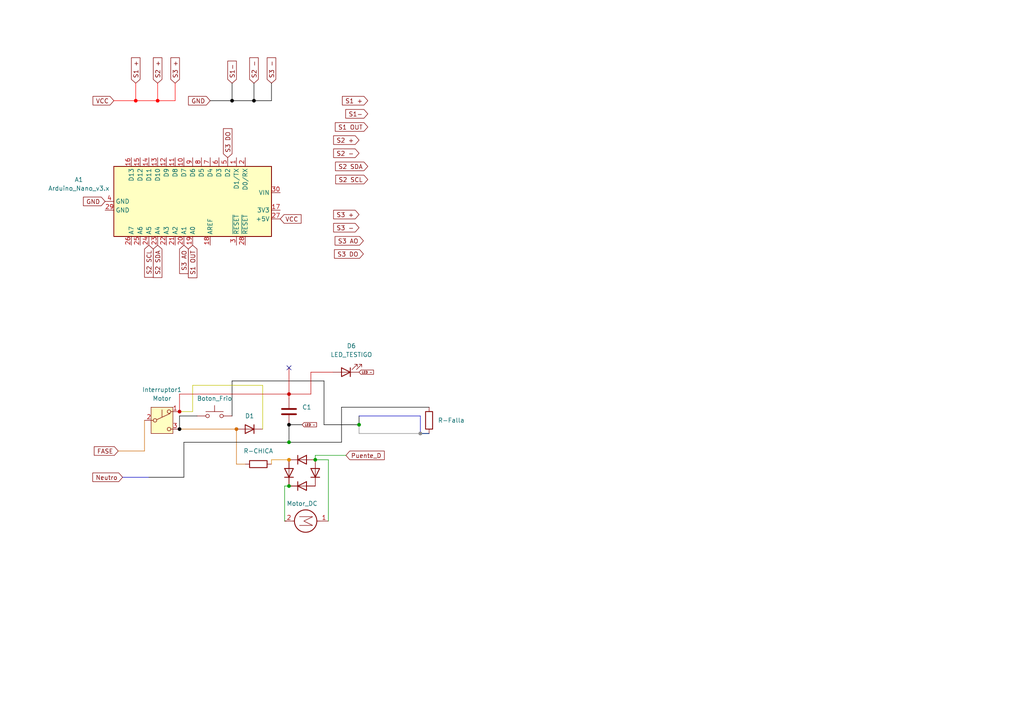
<source format=kicad_sch>
(kicad_sch (version 20231120) (generator "eeschema") (generator_version "8.0")
  (paper "A4")
  (lib_symbols
    (symbol "Device:C" (pin_numbers hide) (pin_names (offset 0.254))
      (property "Reference" "C" (at 0.635 2.54 0))
      (property "Value" "C" (at 0.635 -2.54 0))
      (symbol "C_0_1"
        (polyline (pts (xy -2.032 -0.762) (xy 2.032 -0.762)) (stroke (width 0.508)))
        (polyline (pts (xy -2.032 0.762) (xy 2.032 0.762)) (stroke (width 0.508)))
      )
      (symbol "C_1_1"
        (pin passive line (at 0 3.81 270) (length 2.794) (name "~") (number "1"))
        (pin passive line (at 0 -3.81 90) (length 2.794) (name "~") (number "2"))
      )
    )
    (symbol "Device:D" (pin_numbers hide) (pin_names (offset 1.016) hide)
      (property "Reference" "D" (at 0 2.54 0))
      (property "Value" "D" (at 0 -2.54 0))
      (symbol "D_0_1"
        (polyline (pts (xy -1.27 1.27) (xy -1.27 -1.27)) (stroke (width 0.254)))
        (polyline (pts (xy 1.27 0) (xy -1.27 0)))
        (polyline (pts (xy 1.27 1.27) (xy 1.27 -1.27) (xy -1.27 0) (xy 1.27 1.27)) (stroke (width 0.254)))
      )
      (symbol "D_1_1"
        (pin passive line (at -3.81 0 0) (length 2.54) (name "K") (number "1"))
        (pin passive line (at 3.81 0 180) (length 2.54) (name "A") (number "2"))
      )
    )
    (symbol "Device:LED" (pin_numbers hide) (pin_names (offset 1.016) hide)
      (property "Reference" "D" (at 0 2.54 0))
      (property "Value" "LED" (at 0 -2.54 0))
      (symbol "LED_0_1"
        (polyline (pts (xy -1.27 -1.27) (xy -1.27 1.27)) (stroke (width 0.254)))
        (polyline (pts (xy -1.27 0) (xy 1.27 0)))
        (polyline (pts (xy 1.27 -1.27) (xy 1.27 1.27) (xy -1.27 0) (xy 1.27 -1.27)) (stroke (width 0.254)))
        (polyline (pts (xy -3.048 -0.762) (xy -4.572 -2.286) (xy -3.81 -2.286) (xy -4.572 -2.286) (xy -4.572 -1.524)))
        (polyline (pts (xy -1.778 -0.762) (xy -3.302 -2.286) (xy -2.54 -2.286) (xy -3.302 -2.286) (xy -3.302 -1.524)))
      )
      (symbol "LED_1_1"
        (pin passive line (at -3.81 0 0) (length 2.54) (name "K") (number "1"))
        (pin passive line (at 3.81 0 180) (length 2.54) (name "A") (number "2"))
      )
    )
    (symbol "Device:R" (pin_numbers hide) (pin_names (offset 0))
      (property "Reference" "R" (at 2.032 0 90))
      (property "Value" "R" (at 0 0 90))
      (symbol "R_0_1"
        (rectangle (start -1.016 -2.54) (end 1.016 2.54) (stroke (width 0.254)))
      )
      (symbol "R_1_1"
        (pin passive line (at 0 3.81 270) (length 1.27) (name "~") (number "1"))
        (pin passive line (at 0 -3.81 90) (length 1.27) (name "~") (number "2"))
      )
    )
    (symbol "MCU_Module:Arduino_Nano_v3.x"
      (property "Reference" "A" (at -10.16 23.495 0))
      (property "Value" "Arduino_Nano_v3.x" (at 5.08 -24.13 0))
      (symbol "Arduino_Nano_v3.x_0_1"
        (rectangle (start -10.16 22.86) (end 10.16 -22.86) (stroke (width 0.254)) (fill (type background)))
      )
      (symbol "Arduino_Nano_v3.x_1_1"
        (pin bidirectional line (at -12.7 12.7 0) (length 2.54) (name "D1/TX") (number "1"))
        (pin bidirectional line (at -12.7 -2.54 0) (length 2.54) (name "D7") (number "10"))
        (pin bidirectional line (at -12.7 -5.08 0) (length 2.54) (name "D8") (number "11"))
        (pin bidirectional line (at -12.7 -7.62 0) (length 2.54) (name "D9") (number "12"))
        (pin bidirectional line (at -12.7 -10.16 0) (length 2.54) (name "D10") (number "13"))
        (pin bidirectional line (at -12.7 -12.7 0) (length 2.54) (name "D11") (number "14"))
        (pin bidirectional line (at -12.7 -15.24 0) (length 2.54) (name "D12") (number "15"))
        (pin bidirectional line (at -12.7 -17.78 0) (length 2.54) (name "D13") (number "16"))
        (pin power_out line (at 2.54 25.4 270) (length 2.54) (name "3V3") (number "17"))
        (pin input line (at 12.7 5.08 180) (length 2.54) (name "AREF") (number "18"))
        (pin bidirectional line (at 12.7 0 180) (length 2.54) (name "A0") (number "19"))
        (pin bidirectional line (at -12.7 15.24 0) (length 2.54) (name "D0/RX") (number "2"))
        (pin bidirectional line (at 12.7 -2.54 180) (length 2.54) (name "A1") (number "20"))
        (pin bidirectional line (at 12.7 -5.08 180) (length 2.54) (name "A2") (number "21"))
        (pin bidirectional line (at 12.7 -7.62 180) (length 2.54) (name "A3") (number "22"))
        (pin bidirectional line (at 12.7 -10.16 180) (length 2.54) (name "A4") (number "23"))
        (pin bidirectional line (at 12.7 -12.7 180) (length 2.54) (name "A5") (number "24"))
        (pin bidirectional line (at 12.7 -15.24 180) (length 2.54) (name "A6") (number "25"))
        (pin bidirectional line (at 12.7 -17.78 180) (length 2.54) (name "A7") (number "26"))
        (pin power_out line (at 5.08 25.4 270) (length 2.54) (name "+5V") (number "27"))
        (pin input line (at 12.7 15.24 180) (length 2.54) (name "~{RESET}") (number "28"))
        (pin power_in line (at 2.54 -25.4 90) (length 2.54) (name "GND") (number "29"))
        (pin input line (at 12.7 12.7 180) (length 2.54) (name "~{RESET}") (number "3"))
        (pin power_in line (at -2.54 25.4 270) (length 2.54) (name "VIN") (number "30"))
        (pin power_in line (at 0 -25.4 90) (length 2.54) (name "GND") (number "4"))
        (pin bidirectional line (at -12.7 10.16 0) (length 2.54) (name "D2") (number "5"))
        (pin bidirectional line (at -12.7 7.62 0) (length 2.54) (name "D3") (number "6"))
        (pin bidirectional line (at -12.7 5.08 0) (length 2.54) (name "D4") (number "7"))
        (pin bidirectional line (at -12.7 2.54 0) (length 2.54) (name "D5") (number "8"))
        (pin bidirectional line (at -12.7 0 0) (length 2.54) (name "D6") (number "9"))
      )
    )
    (symbol "Motor:Motor_DC" (pin_names (offset 0) hide)
      (property "Reference" "M" (at 2.54 2.54 0))
      (property "Value" "Motor_DC" (at 2.54 -5.08 0))
      (symbol "Motor_DC_0_0"
        (polyline (pts (xy -1.27 -3.302) (xy -1.27 0.508) (xy 0 -2.032) (xy 1.27 0.508) (xy 1.27 -3.302)))
      )
      (symbol "Motor_DC_0_1"
        (circle (center 0 -1.524) (radius 3.2512) (stroke (width 0.254)))
        (polyline (pts (xy 0 -7.62) (xy 0 -7.112)))
        (polyline (pts (xy 0 -4.7752) (xy 0 -5.1816)))
        (polyline (pts (xy 0 1.7272) (xy 0 2.0828)))
        (polyline (pts (xy 0 2.032) (xy 0 2.54)))
      )
      (symbol "Motor_DC_1_1"
        (pin passive line (at 0 5.08 270) (length 2.54) (name "+") (number "1"))
        (pin passive line (at 0 -7.62 90) (length 2.54) (name "-") (number "2"))
      )
    )
    (symbol "Switch:SW_Push" (pin_numbers hide) (pin_names (offset 1.016) hide)
      (property "Reference" "SW" (at 1.27 2.54 0))
      (property "Value" "SW_Push" (at 0 -1.524 0))
      (symbol "SW_Push_0_1"
        (circle (center -2.032 0) (radius 0.508))
        (polyline (pts (xy 0 1.27) (xy 0 3.048)))
        (polyline (pts (xy 2.54 1.27) (xy -2.54 1.27)))
        (circle (center 2.032 0) (radius 0.508))
        (pin passive line (at -5.08 0 0) (length 2.54) (name "1") (number "1"))
        (pin passive line (at 5.08 0 180) (length 2.54) (name "2") (number "2"))
      )
    )
    (symbol "Switch:SW_Push_SPDT" (pin_names (offset 0) hide)
      (property "Reference" "SW" (at 0 5.08 0))
      (property "Value" "SW_Push_SPDT" (at 0 -5.08 0))
      (symbol "SW_Push_SPDT_0_0"
        (circle (center -2.032 0) (radius 0.508))
        (polyline (pts (xy 0 1.016) (xy 0 3.048)))
        (circle (center 2.032 -2.54) (radius 0.508))
      )
      (symbol "SW_Push_SPDT_0_1"
        (polyline (pts (xy -1.524 0.2032) (xy 2.3368 1.9812)))
        (circle (center 2.032 2.54) (radius 0.508))
      )
      (symbol "SW_Push_SPDT_1_1"
        (rectangle (start -3.175 3.81) (end 3.175 -3.81) (fill (type background)))
        (pin passive line (at 5.08 2.54 180) (length 2.54) (name "A") (number "1"))
        (pin passive line (at -5.08 0 0) (length 2.54) (name "B") (number "2"))
        (pin passive line (at 5.08 -2.54 180) (length 2.54) (name "C") (number "3"))
      )
    )
  )
  (junction (at 83.82 133.35) (color 221 133 0 1))
  (junction (at 91.44 133.35))
  (junction (at 68.58 124.46) (color 204 102 0 1))
  (junction (at 83.82 128.27))
  (junction (at 83.82 123.19) (color 0 0 0 1))
  (junction (at 45.72 29.21) (color 255 0 0 1))
  (junction (at 83.82 114.3) (color 194 0 0 1))
  (junction (at 104.14 123.19))
  (junction (at 67.31 29.21) (color 0 0 0 1))
  (junction (at 73.66 29.21) (color 0 0 0 1))
  (junction (at 83.82 140.97))
  (junction (at 52.07 119.38) (color 194 0 0 1))
  (junction (at 52.07 124.46) (color 0 0 0 1))
  (junction (at 121.92 125.73) (color 132 132 132 1))
  (junction (at 39.37 29.21) (color 255 0 0 1))
  (no_connect (at 83.82 106.68))
  (wire (pts (xy 52.07 120.65) (xy 52.07 124.46)) (stroke (width 0) (color 0 0 0 1)))
  (wire (pts (xy 55.88 119.38) (xy 55.88 111.76)) (stroke (width 0) (color 194 194 0 1)))
  (wire (pts (xy 91.44 132.08) (xy 91.44 133.35)))
  (wire (pts (xy 52.07 119.38) (xy 55.88 119.38)) (stroke (width 0) (color 194 194 0 1)))
  (wire (pts (xy 93.98 123.19) (xy 104.14 123.19)) (stroke (width 0) (color 0 0 0 1)))
  (wire (pts (xy 82.55 151.13) (xy 82.55 140.97)))
  (wire (pts (xy 78.74 134.62) (xy 78.74 133.35)) (stroke (width 0) (color 221 133 0 1)))
  (wire (pts (xy 73.66 24.13) (xy 73.66 29.21)) (stroke (width 0) (color 0 0 0 1)))
  (wire (pts (xy 34.29 130.81) (xy 41.91 130.81)) (stroke (width 0) (color 204 102 0 1)))
  (wire (pts (xy 68.58 134.62) (xy 71.12 134.62)) (stroke (width 0) (color 204 102 0 1)))
  (wire (pts (xy 91.44 133.35) (xy 95.25 133.35)))
  (wire (pts (xy 99.06 128.27) (xy 99.06 118.11)) (stroke (width 0) (color 0 0 0 1)))
  (wire (pts (xy 60.96 29.21) (xy 67.31 29.21)) (stroke (width 0) (color 0 0 0 1)))
  (wire (pts (xy 67.31 110.49) (xy 93.98 110.49)) (stroke (width 0) (color 0 0 0 1)))
  (wire (pts (xy 83.82 123.19) (xy 87.63 123.19)) (stroke (width 0) (color 0 0 0 1)))
  (wire (pts (xy 33.02 29.21) (xy 39.37 29.21)) (stroke (width 0) (color 255 0 0 1)))
  (wire (pts (xy 68.58 124.46) (xy 68.58 134.62)) (stroke (width 0) (color 204 102 0 1)))
  (wire (pts (xy 67.31 24.13) (xy 67.31 29.21)) (stroke (width 0) (color 0 0 0 1)))
  (wire (pts (xy 104.14 123.19) (xy 104.14 125.73)) (stroke (width 0) (color 132 132 132 1)))
  (wire (pts (xy 55.88 111.76) (xy 76.2 111.76)) (stroke (width 0) (color 194 194 0 1)))
  (wire (pts (xy 39.37 24.13) (xy 39.37 29.21)) (stroke (width 0) (color 255 0 0 1)))
  (wire (pts (xy 95.25 151.13) (xy 95.25 133.35)))
  (wire (pts (xy 90.17 114.3) (xy 90.17 107.95)) (stroke (width 0) (color 194 0 0 1)))
  (wire (pts (xy 83.82 106.68) (xy 83.82 114.3)) (stroke (width 0) (color 194 0 0 1)))
  (wire (pts (xy 39.37 29.21) (xy 45.72 29.21)) (stroke (width 0) (color 255 0 0 1)))
  (wire (pts (xy 35.56 138.43) (xy 43.18 138.43)) (stroke (width 0) (color 0 0 194 1)))
  (wire (pts (xy 104.14 123.19) (xy 104.14 120.65)) (stroke (width 0) (color 0 0 0 1)))
  (wire (pts (xy 52.07 124.46) (xy 68.58 124.46)) (stroke (width 0) (color 204 102 0 1)))
  (wire (pts (xy 83.82 128.27) (xy 83.82 123.19)) (stroke (width 0) (color 0 0 0 1)))
  (wire (pts (xy 91.44 132.08) (xy 100.33 132.08)))
  (wire (pts (xy 45.72 29.21) (xy 50.8 29.21)) (stroke (width 0) (color 255 0 0 1)))
  (wire (pts (xy 78.74 133.35) (xy 83.82 133.35)) (stroke (width 0) (color 221 133 0 1)))
  (wire (pts (xy 104.14 125.73) (xy 121.92 125.73)) (stroke (width 0) (color 132 132 132 1)))
  (wire (pts (xy 90.17 107.95) (xy 96.52 107.95)) (stroke (width 0) (color 194 0 0 1)))
  (wire (pts (xy 50.8 29.21) (xy 50.8 24.13)) (stroke (width 0) (color 255 0 0 1)))
  (wire (pts (xy 83.82 114.3) (xy 83.82 115.57)) (stroke (width 0) (color 194 0 0 1)))
  (wire (pts (xy 121.92 120.65) (xy 121.92 125.73)) (stroke (width 0) (color 0 0 194 1)))
  (wire (pts (xy 43.18 138.43) (xy 53.34 138.43)) (stroke (width 0) (color 0 0 0 1)))
  (wire (pts (xy 83.82 128.27) (xy 99.06 128.27)) (stroke (width 0) (color 0 0 0 1)))
  (wire (pts (xy 52.07 119.38) (xy 52.07 114.3)) (stroke (width 0) (color 194 0 0 1)))
  (wire (pts (xy 83.82 114.3) (xy 90.17 114.3)) (stroke (width 0) (color 194 0 0 1)))
  (wire (pts (xy 67.31 120.65) (xy 67.31 110.49)) (stroke (width 0) (color 0 0 0 1)))
  (wire (pts (xy 99.06 118.11) (xy 124.46 118.11)) (stroke (width 0) (color 0 0 0 1)))
  (wire (pts (xy 73.66 29.21) (xy 78.74 29.21)) (stroke (width 0) (color 0 0 0 1)))
  (wire (pts (xy 57.15 120.65) (xy 52.07 120.65)) (stroke (width 0) (color 0 0 0 1)))
  (wire (pts (xy 45.72 24.13) (xy 45.72 29.21)) (stroke (width 0) (color 255 0 0 1)))
  (wire (pts (xy 78.74 29.21) (xy 78.74 24.13)) (stroke (width 0) (color 0 0 0 1)))
  (wire (pts (xy 67.31 29.21) (xy 73.66 29.21)) (stroke (width 0) (color 0 0 0 1)))
  (wire (pts (xy 41.91 121.92) (xy 41.91 130.81)) (stroke (width 0) (color 204 102 0 1)))
  (wire (pts (xy 52.07 114.3) (xy 83.82 114.3)) (stroke (width 0) (color 194 0 0 1)))
  (wire (pts (xy 93.98 110.49) (xy 93.98 123.19)) (stroke (width 0) (color 0 0 0 1)))
  (wire (pts (xy 82.55 140.97) (xy 83.82 140.97)))
  (wire (pts (xy 53.34 128.27) (xy 83.82 128.27)) (stroke (width 0) (color 0 0 0 1)))
  (wire (pts (xy 53.34 138.43) (xy 53.34 128.27)) (stroke (width 0) (color 0 0 0 1)))
  (wire (pts (xy 121.92 125.73) (xy 124.46 125.73)))
  (wire (pts (xy 76.2 111.76) (xy 76.2 124.46)) (stroke (width 0) (color 194 194 0 1)))
  (wire (pts (xy 104.14 120.65) (xy 121.92 120.65)) (stroke (width 0) (color 0 0 194 1)))
  (wire (pts (xy 121.92 125.73) (xy 124.46 125.73)) (stroke (width 0) (color 0 0 194 1)))
  (global_label "S1 +" (shape input) (at 106.68 29.21 180) (property "Intersheetrefs" "${INTERSHEET_REFS}" (effects (hide yes))))
  (global_label "S3 -" (shape input) (at 104.14 66.04 180) (property "Intersheetrefs" "${INTERSHEET_REFS}" (effects (hide yes))))
  (global_label "LED -" (shape input) (at 104.14 107.95 0) (effects (font (size 0.635 0.635))) (property "Intersheetrefs" "${INTERSHEET_REFS}" (effects (hide yes))))
  (global_label "S1 +" (shape input) (at 39.37 24.13 90) (property "Intersheetrefs" "${INTERSHEET_REFS}" (effects (hide yes))))
  (global_label "S2 SCL" (shape input) (at 43.18 71.12 270) (property "Intersheetrefs" "${INTERSHEET_REFS}" (effects (hide yes))))
  (global_label "Neutro" (shape input) (at 35.56 138.43 180) (property "Intersheetrefs" "${INTERSHEET_REFS}" (effects (hide yes))))
  (global_label "S1 OUT" (shape input) (at 106.68 36.83 180) (property "Intersheetrefs" "${INTERSHEET_REFS}" (effects (hide yes))))
  (global_label "GND" (shape input) (at 60.96 29.21 180) (property "Intersheetrefs" "${INTERSHEET_REFS}" (effects (hide yes))))
  (global_label "S3 AO" (shape input) (at 53.34 71.12 270) (property "Intersheetrefs" "${INTERSHEET_REFS}" (effects (hide yes))))
  (global_label "S2 SCL" (shape input) (at 106.68 52.07 180) (property "Intersheetrefs" "${INTERSHEET_REFS}" (effects (hide yes))))
  (global_label "Puente_D" (shape input) (at 100.33 132.08 0) (property "Intersheetrefs" "${INTERSHEET_REFS}" (effects (hide yes))))
  (global_label "S3 DO" (shape input) (at 105.41 73.66 180) (property "Intersheetrefs" "${INTERSHEET_REFS}" (effects (hide yes))))
  (global_label "S3 DO" (shape input) (at 66.04 45.72 90) (property "Intersheetrefs" "${INTERSHEET_REFS}" (effects (hide yes))))
  (global_label "S1-" (shape input) (at 106.68 33.02 180) (property "Intersheetrefs" "${INTERSHEET_REFS}" (effects (hide yes))))
  (global_label "S3 -" (shape input) (at 78.74 24.13 90) (property "Intersheetrefs" "${INTERSHEET_REFS}" (effects (hide yes))))
  (global_label "S3 AO" (shape input) (at 105.41 69.85 180) (property "Intersheetrefs" "${INTERSHEET_REFS}" (effects (hide yes))))
  (global_label "S3 +" (shape input) (at 50.8 24.13 90) (property "Intersheetrefs" "${INTERSHEET_REFS}" (effects (hide yes))))
  (global_label "LED -" (shape input) (at 87.63 123.19 0) (effects (font (size 0.635 0.635))) (property "Intersheetrefs" "${INTERSHEET_REFS}" (effects (hide yes))))
  (global_label "S2 +" (shape input) (at 104.14 40.64 180) (property "Intersheetrefs" "${INTERSHEET_REFS}" (effects (hide yes))))
  (global_label "VCC" (shape input) (at 33.02 29.21 180) (property "Intersheetrefs" "${INTERSHEET_REFS}" (effects (hide yes))))
  (global_label "S1-" (shape input) (at 67.31 24.13 90) (property "Intersheetrefs" "${INTERSHEET_REFS}" (effects (hide yes))))
  (global_label "S2 SDA" (shape input) (at 45.72 71.12 270) (property "Intersheetrefs" "${INTERSHEET_REFS}" (effects (hide yes))))
  (global_label "S2 SDA" (shape input) (at 106.68 48.26 180) (property "Intersheetrefs" "${INTERSHEET_REFS}" (effects (hide yes))))
  (global_label "VCC" (shape input) (at 81.28 63.5 0) (property "Intersheetrefs" "${INTERSHEET_REFS}" (effects (hide yes))))
  (global_label "S2 -" (shape input) (at 104.14 44.45 180) (property "Intersheetrefs" "${INTERSHEET_REFS}" (effects (hide yes))))
  (global_label "GND" (shape input) (at 30.48 58.42 180) (property "Intersheetrefs" "${INTERSHEET_REFS}" (effects (hide yes))))
  (global_label "S2 +" (shape input) (at 45.72 24.13 90) (property "Intersheetrefs" "${INTERSHEET_REFS}" (effects (hide yes))))
  (global_label "S1 OUT" (shape input) (at 55.88 71.12 270) (property "Intersheetrefs" "${INTERSHEET_REFS}" (effects (hide yes))))
  (global_label "FASE" (shape input) (at 34.29 130.81 180) (property "Intersheetrefs" "${INTERSHEET_REFS}" (effects (hide yes))))
  (global_label "S3 +" (shape input) (at 104.14 62.23 180) (property "Intersheetrefs" "${INTERSHEET_REFS}" (effects (hide yes))))
  (global_label "S2 -" (shape input) (at 73.66 24.13 90) (property "Intersheetrefs" "${INTERSHEET_REFS}" (effects (hide yes))))
  (symbol (lib_id "Device:D") (at 83.82 137.16 90) (unit 1)
    (property "Reference" "D3" (effects (hide yes)))
    (property "Value" "D" (effects (hide yes)))
    (property "Description" "Diode" (effects (hide yes)))
    (property "Sim.Device" "D" (effects (hide yes)))
    (property "Sim.Pins" "1=K 2=A" (effects (hide yes)))
  )
  (symbol (lib_id "Device:D") (at 87.63 133.35 0) (unit 1)
    (property "Reference" "D5" (effects (hide yes)))
    (property "Value" "D" (effects (hide yes)))
    (property "Description" "Diode" (effects (hide yes)))
    (property "Sim.Device" "D" (effects (hide yes)))
    (property "Sim.Pins" "1=K 2=A" (effects (hide yes)))
  )
  (symbol (lib_id "Device:D") (at 91.44 137.16 90) (unit 1)
    (property "Reference" "D4" (effects (hide yes)))
    (property "Value" "D" (effects (hide yes)))
    (property "Description" "Diode" (effects (hide yes)))
    (property "Sim.Device" "D" (effects (hide yes)))
    (property "Sim.Pins" "1=K 2=A" (effects (hide yes)))
  )
  (symbol (lib_id "Device:R") (at 124.46 121.92 180) (unit 1)
    (property "Reference" "R3" (effects (hide yes)))
    (property "Value" "R-Falla" (at 127 121.9199 0) (effects (justify right)))
    (property "Description" "Resistor" (effects (hide yes)))
  )
  (symbol (lib_id "Switch:SW_Push") (at 62.23 120.65 0) (unit 1)
    (property "Reference" "Boton_Frio" (at 62.23 115.57 0))
    (property "Value" "SW_Push" (effects (hide yes)))
    (property "Description" "Push button switch, generic, two pins" (effects (hide yes)))
  )
  (symbol (lib_id "Device:LED") (at 100.33 107.95 180) (unit 1)
    (property "Reference" "D6" (at 101.9175 100.33 0))
    (property "Value" "LED_TESTIGO" (at 101.9175 102.87 0))
    (property "Description" "Light emitting diode" (effects (hide yes)))
  )
  (symbol (lib_id "MCU_Module:Arduino_Nano_v3.x") (at 55.88 58.42 270) (unit 1)
    (property "Reference" "A1" (at 22.86 52.1014 90))
    (property "Value" "Arduino_Nano_v3.x" (at 22.86 54.6414 90))
    (property "Footprint" "Module:Arduino_Nano" (effects (hide yes)))
    (property "Datasheet" "http://www.mouser.com/pdfdocs/Gravitech_Arduino_Nano3_0.pdf" (effects (hide yes)))
    (property "Description" "Arduino Nano v3.x" (effects (hide yes)))
  )
  (symbol (lib_id "Device:C") (at 83.82 119.38 0) (unit 1)
    (property "Reference" "C1" (at 87.63 118.1099 0) (effects (justify left)))
    (property "Value" "C" (effects (hide yes)))
    (property "Description" "Unpolarized capacitor" (effects (hide yes)))
  )
  (symbol (lib_id "Device:D") (at 87.63 140.97 0) (unit 1)
    (property "Reference" "D1" (effects (hide yes)))
    (property "Value" "D" (effects (hide yes)))
    (property "Description" "Diode" (effects (hide yes)))
    (property "Sim.Device" "D" (effects (hide yes)))
    (property "Sim.Pins" "1=K 2=A" (effects (hide yes)))
  )
  (symbol (lib_id "Device:D") (at 72.39 124.46 180) (unit 1)
    (property "Reference" "D2" (effects (hide yes)))
    (property "Value" "D1" (at 72.39 120.65 0))
    (property "Description" "Diode" (effects (hide yes)))
    (property "Sim.Device" "D" (effects (hide yes)))
    (property "Sim.Pins" "1=K 2=A" (effects (hide yes)))
  )
  (symbol (lib_id "Switch:SW_Push_SPDT") (at 46.99 121.92 0) (unit 1)
    (property "Reference" "Interruptor1" (at 46.99 113.03 0))
    (property "Value" "Motor" (at 46.99 115.57 0))
    (property "Description" "Momentary Switch, single pole double throw" (effects (hide yes)))
  )
  (symbol (lib_id "Motor:Motor_DC") (at 90.17 151.13 270) (unit 1)
    (property "Reference" "M1" (effects (hide yes)))
    (property "Value" "Motor_DC" (at 87.63 146.05 90))
    (property "Description" "DC Motor" (effects (hide yes)))
  )
  (symbol (lib_id "Device:R") (at 74.93 134.62 270) (unit 1)
    (property "Reference" "R1" (effects (hide yes)))
    (property "Value" "R-CHICA" (at 74.93 130.81 90))
    (property "Description" "Resistor" (effects (hide yes)))
  )
)
</source>
